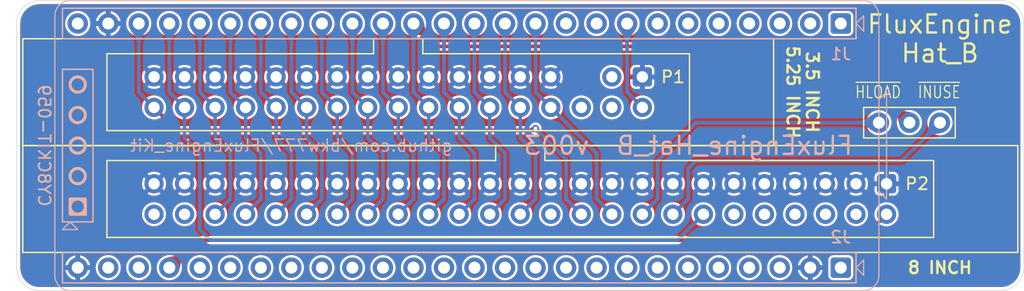
<source format=kicad_pcb>
(kicad_pcb (version 20240108) (generator "pcbnew") (generator_version "8.0")
  (title_block (title "FluxEngine_Hat_B") (date "2024-04-12") (rev "003") (company "Brian K. White - b.kenyon.w@gmail.com") (comment 1 "github.com/bkw777/FluxEngine_Kit"))
  (layers (0 "F.Cu" signal) (31 "B.Cu" signal) (34 "B.Paste" user) (35 "F.Paste" user) (36 "B.SilkS" user "B.Silkscreen") (37 "F.SilkS" user "F.Silkscreen") (38 "B.Mask" user) (39 "F.Mask" user) (44 "Edge.Cuts" user))
  (net 0 "")
  (net 1 "GND")
  (net 2 "/INDEX300")
  (net 3 "/INDEX360")
  (net 4 "/SIDE")
  (net 5 "/~{SEL3}")
  (net 6 "/~{REDWC}")
  (net 7 "/~{TRK0}")
  (net 8 "/~{SEL4}")
  (net 9 "/WDATA")
  (net 10 "/~{WGATE}")
  (net 11 "/~{INDEX}")
  (net 12 "/RDATA")
  (net 13 "/~{WPROT}")
  (net 14 "/~{SEL1}")
  (net 15 "/~{SEL2}")
  (net 16 "/~{STEP}")
  (net 17 "/DIR")
  (net 18 "/~{READY}")
  (net 19 "/TK43")
  (net 47 "/~{INUSE}")
  (net 48 "/~{HLOAD}")
  (net 50 "/TX")
  (net 60 "/RX")
  (footprint "000_LOCAL:CY8CKIT-059" (layer "F.Cu") (at 171.449998 94.615 -90)
    (property "Reference" "J1" (hide yes))
    (property "Value" "CY8CKIT-059" (at 10.16 66.294 -90) (layer "B.SilkS") (effects (justify mirror)))
    (fp_line (start -0.635001 65.405) (end 20.955 65.405001) (stroke (width 0.1)) (layer "B.SilkS"))
    (fp_line (start 16.509999 64.770001) (end 16.509999 62.229999) (stroke (width 0.12)) (layer "B.SilkS"))
    (fp_line (start -1.27 64.77) (end -1.27 -1.27) (stroke (width 0.12)) (layer "B.SilkS"))
    (fp_line (start 1.27 64.77) (end -1.27 64.77) (stroke (width 0.12)) (layer "B.SilkS"))
    (fp_line (start 1.27 64.77) (end 1.27 -1.27) (stroke (width 0.12)) (layer "B.SilkS"))
    (fp_line (start 3.809998 64.77) (end 16.509999 64.770001) (stroke (width 0.12)) (layer "B.SilkS"))
    (fp_line (start 3.809998 64.77) (end 3.809997 62.23) (stroke (width 0.12)) (layer "B.SilkS"))
    (fp_line (start 17.145 64.77) (end 17.145 63.5) (stroke (width 0.1)) (layer "B.SilkS"))
    (fp_line (start 19.05 64.77) (end 19.05 -1.27) (stroke (width 0.12)) (layer "B.SilkS"))
    (fp_line (start 21.59 64.77) (end 19.05 64.77) (stroke (width 0.12)) (layer "B.SilkS"))
    (fp_line (start 21.59 64.77) (end 21.59 -1.27) (stroke (width 0.12)) (layer "B.SilkS"))
    (fp_line (start 22.225 64.135001) (end 22.225 -1.904999) (stroke (width 0.1)) (layer "B.SilkS"))
    (fp_line (start 16.51 64.134999) (end 17.145 64.77) (stroke (width 0.1)) (layer "B.SilkS"))
    (fp_line (start 17.145 63.5) (end 16.51 64.134999) (stroke (width 0.1)) (layer "B.SilkS"))
    (fp_line (start 3.809997 62.23) (end 16.509999 62.229999) (stroke (width 0.12)) (layer "B.SilkS"))
    (fp_line (start 1.27 -1.27) (end -1.27 -1.27) (stroke (width 0.12)) (layer "B.SilkS"))
    (fp_line (start 20.32 -1.27) (end 20.955 -1.905) (stroke (width 0.1)) (layer "B.SilkS"))
    (fp_line (start 21.59 -1.27) (end 19.05 -1.27) (stroke (width 0.12)) (layer "B.SilkS"))
    (fp_line (start 0 -1.270001) (end 0.635 -1.905) (stroke (width 0.1)) (layer "B.SilkS"))
    (fp_line (start -1.905 -1.904999) (end -1.905 64.135001) (stroke (width 0.1)) (layer "B.SilkS"))
    (fp_line (start 19.685 -1.904999) (end 20.32 -1.27) (stroke (width 0.1)) (layer "B.SilkS"))
    (fp_line (start -0.635 -1.905) (end 0 -1.270001) (stroke (width 0.1)) (layer "B.SilkS"))
    (fp_line (start 0.635 -1.905) (end -0.635 -1.905) (stroke (width 0.1)) (layer "B.SilkS"))
    (fp_line (start 20.955 -1.905) (end 19.685 -1.904999) (stroke (width 0.1)) (layer "B.SilkS"))
    (fp_line (start -0.635 -3.174999) (end 20.955 -3.174999) (stroke (width 0.1)) (layer "B.SilkS"))
    (fp_line (start 6.35 -3.174999) (end 5.715 -3.81) (stroke (width 0.1)) (layer "B.SilkS"))
    (fp_line (start 13.97 -3.174999) (end 14.605 -3.81) (stroke (width 0.1)) (layer "B.SilkS"))
    (fp_line (start 5.715 -3.81) (end 14.605 -3.81) (stroke (width 0.1)) (layer "B.SilkS"))
    (fp_arc (start -0.635001 65.405) (mid -1.533026 65.033026) (end -1.905 64.135001) (stroke (width 0.1)) (layer "B.SilkS"))
    (fp_arc (start 22.225 64.135001) (mid 21.853025 65.033026) (end 20.955 65.405001) (stroke (width 0.1)) (layer "B.SilkS"))
    (fp_arc (start -1.905 -1.904999) (mid -1.533026 -2.803024) (end -0.635001 -3.175) (stroke (width 0.1)) (layer "B.SilkS"))
    (fp_arc (start 20.955 -3.174999) (mid 21.853025 -2.803025) (end 22.225 -1.904999) (stroke (width 0.1)) (layer "B.SilkS"))
    (fp_circle (center 10.16 63.500001) (end 10.795 63.500001) (stroke (width 0.254)) (fill none) (layer "B.SilkS"))
    (fp_circle (center 5.08 63.5) (end 5.715 63.5) (stroke (width 0.254)) (fill none) (layer "B.SilkS"))
    (fp_circle (center 7.62 63.5) (end 8.255 63.5) (stroke (width 0.254)) (fill none) (layer "B.SilkS"))
    (fp_circle (center 12.700001 63.5) (end 13.335 63.5) (stroke (width 0.254)) (fill none) (layer "B.SilkS"))
    (fp_circle (center 15.24 63.5) (end 15.875 63.5) (stroke (width 0.254)) (fill none) (layer "B.SilkS"))
    (fp_poly (pts (xy 14.605 62.865) (xy 15.875 62.865) (xy 15.875 64.135) (xy 14.605 64.135)) (stroke (width 0.254)) (fill none) (layer "B.SilkS"))
    (fp_text user "J2" (at 17.780001 0 0) (layer "B.SilkS") (effects (justify mirror)))
    (fp_text user "J1" (at 2.54 0 0) (layer "B.SilkS") (effects (justify mirror)))
    (pad "J1_1" thru_hole roundrect (at 0 0 270) (size 1.7 1.7) (drill 1) (layers "*.Cu" "*.Mask") (roundrect_rratio 0.1470588235))
    (pad "J1_2" thru_hole oval (at 0 2.54 270) (size 1.7 1.7) (drill 1) (layers "*.Cu" "*.Mask"))
    (pad "J1_3" thru_hole oval (at 0 5.079999 270) (size 1.7 1.7) (drill 1) (layers "*.Cu" "*.Mask"))
    (pad "J1_4" thru_hole oval (at 0 7.62 270) (size 1.7 1.7) (drill 1) (layers "*.Cu" "*.Mask"))
    (pad "J1_5" thru_hole oval (at 0 10.16 270) (size 1.7 1.7) (drill 1) (layers "*.Cu" "*.Mask"))
    (pad "J1_6" thru_hole oval (at 0 12.7 270) (size 1.7 1.7) (drill 1) (layers "*.Cu" "*.Mask"))
    (pad "J1_7" thru_hole oval (at 0 15.24 270) (size 1.7 1.7) (drill 1) (layers "*.Cu" "*.Mask"))
    (pad "J1_8" thru_hole oval (at 0 17.780001 270) (size 1.7 1.7) (drill 1) (layers "*.Cu" "*.Mask") (net 6 "/~{REDWC}"))
    (pad "J1_9" thru_hole oval (at 0 20.32 270) (size 1.7 1.7) (drill 1) (layers "*.Cu" "*.Mask") (net 50 "/TX"))
    (pad "J1_10" thru_hole oval (at 0 22.86 270) (size 1.7 1.7) (drill 1) (layers "*.Cu" "*.Mask") (net 60 "/RX"))
    (pad "J1_11" thru_hole oval (at 0 25.4 270) (size 1.7 1.7) (drill 1) (layers "*.Cu" "*.Mask") (net 11 "/~{INDEX}"))
    (pad "J1_12" thru_hole oval (at 0 27.939999 270) (size 1.7 1.7) (drill 1) (layers "*.Cu" "*.Mask") (net 14 "/~{SEL1}"))
    (pad "J1_13" thru_hole oval (at 0 30.48 270) (size 1.7 1.7) (drill 1) (layers "*.Cu" "*.Mask") (net 15 "/~{SEL2}"))
    (pad "J1_14" thru_hole oval (at 0 33.02 270) (size 1.7 1.7) (drill 1) (layers "*.Cu" "*.Mask") (net 5 "/~{SEL3}"))
    (pad "J1_15" thru_hole oval (at 0 35.56 270) (size 1.7 1.7) (drill 1) (layers "*.Cu" "*.Mask") (net 8 "/~{SEL4}"))
    (pad "J1_16" thru_hole oval (at 0 38.099999 270) (size 1.7 1.7) (drill 1) (layers "*.Cu" "*.Mask") (net 17 "/DIR"))
    (pad "J1_17" thru_hole oval (at 0 40.640001 270) (size 1.7 1.7) (drill 1) (layers "*.Cu" "*.Mask") (net 16 "/~{STEP}"))
    (pad "J1_18" thru_hole oval (at 0 43.18 270) (size 1.7 1.7) (drill 1) (layers "*.Cu" "*.Mask") (net 9 "/WDATA"))
    (pad "J1_19" thru_hole oval (at 0 45.72 270) (size 1.7 1.7) (drill 1) (layers "*.Cu" "*.Mask") (net 10 "/~{WGATE}"))
    (pad "J1_20" thru_hole oval (at 0 48.26 270) (size 1.7 1.7) (drill 1) (layers "*.Cu" "*.Mask") (net 7 "/~{TRK0}"))
    (pad "J1_21" thru_hole oval (at 0 50.799999 270) (size 1.7 1.7) (drill 1) (layers "*.Cu" "*.Mask") (net 13 "/~{WPROT}"))
    (pad "J1_22" thru_hole oval (at 0 53.34 270) (size 1.7 1.7) (drill 1) (layers "*.Cu" "*.Mask") (net 12 "/RDATA"))
    (pad "J1_23" thru_hole oval (at 0 55.88 270) (size 1.7 1.7) (drill 1) (layers "*.Cu" "*.Mask") (net 4 "/SIDE"))
    (pad "J1_24" thru_hole oval (at 0 58.42 270) (size 1.7 1.7) (drill 1) (layers "*.Cu" "*.Mask") (net 18 "/~{READY}"))
    (pad "J1_25" thru_hole oval (at 0 60.959999 270) (size 1.7 1.7) (drill 1) (layers "*.Cu" "*.Mask") (net 1 "GND"))
    (pad "J1_26" thru_hole oval (at 0 63.500001 270) (size 1.7 1.7) (drill 1) (layers "*.Cu" "*.Mask"))
    (pad "J2_1" thru_hole roundrect (at 20.32 0 270) (size 1.7 1.7) (drill 1) (layers "*.Cu" "*.Mask") (roundrect_rratio 0.1470588235))
    (pad "J2_2" thru_hole oval (at 20.32 2.54 270) (size 1.7 1.7) (drill 1) (layers "*.Cu" "*.Mask") (net 1 "GND"))
    (pad "J2_3" thru_hole oval (at 20.32 5.08 270) (size 1.7 1.7) (drill 1) (layers "*.Cu" "*.Mask"))
    (pad "J2_4" thru_hole oval (at 20.32 7.62 270) (size 1.7 1.7) (drill 1) (layers "*.Cu" "*.Mask"))
    (pad "J2_5" thru_hole oval (at 20.32 10.16 270) (size 1.7 1.7) (drill 1) (layers "*.Cu" "*.Mask"))
    (pad "J2_6" thru_hole oval (at 20.32 12.7 270) (size 1.7 1.7) (drill 1) (layers "*.Cu" "*.Mask"))
    (pad "J2_7" thru_hole oval (at 20.32 15.24 270) (size 1.7 1.7) (drill 1) (layers "*.Cu" "*.Mask"))
    (pad "J2_8" thru_hole oval (at 20.32 17.78 270) (size 1.7 1.7) (drill 1) (layers "*.Cu" "*.Mask"))
    (pad "J2_9" thru_hole oval (at 20.32 20.32 270) (size 1.7 1.7) (drill 1) (layers "*.Cu" "*.Mask"))
    (pad "J2_10" thru_hole oval (at 20.32 22.86 270) (size 1.7 1.7) (drill 1) (layers "*.Cu" "*.Mask"))
    (pad "J2_11" thru_hole oval (at 20.32 25.4 270) (size 1.7 1.7) (drill 1) (layers "*.Cu" "*.Mask"))
    (pad "J2_12" thru_hole oval (at 20.32 27.94 270) (size 1.7 1.7) (drill 1) (layers "*.Cu" "*.Mask"))
    (pad "J2_13" thru_hole oval (at 20.32 30.48 270) (size 1.7 1.7) (drill 1) (layers "*.Cu" "*.Mask"))
    (pad "J2_14" thru_hole oval (at 20.32 33.02 270) (size 1.7 1.7) (drill 1) (layers "*.Cu" "*.Mask"))
    (pad "J2_15" thru_hole oval (at 20.32 35.56 270) (size 1.7 1.7) (drill 1) (layers "*.Cu" "*.Mask"))
    (pad "J2_16" thru_hole oval (at 20.32 38.1 270) (size 1.7 1.7) (drill 1) (layers "*.Cu" "*.Mask"))
    (pad "J2_17" thru_hole oval (at 20.32 40.64 270) (size 1.7 1.7) (drill 1) (layers "*.Cu" "*.Mask"))
    (pad "J2_18" thru_hole oval (at 20.32 43.18 270) (size 1.7 1.7) (drill 1) (layers "*.Cu" "*.Mask"))
    (pad "J2_19" thru_hole oval (at 20.32 45.72 270) (size 1.7 1.7) (drill 1) (layers "*.Cu" "*.Mask"))
    (pad "J2_20" thru_hole oval (at 20.32 48.26 270) (size 1.7 1.7) (drill 1) (layers "*.Cu" "*.Mask"))
    (pad "J2_21" thru_hole oval (at 20.32 50.8 270) (size 1.7 1.7) (drill 1) (layers "*.Cu" "*.Mask"))
    (pad "J2_22" thru_hole oval (at 20.32 53.34 270) (size 1.7 1.7) (drill 1) (layers "*.Cu" "*.Mask"))
    (pad "J2_23" thru_hole oval (at 20.32 55.88 270) (size 1.7 1.7) (drill 1) (layers "*.Cu" "*.Mask") (net 19 "/TK43"))
    (pad "J2_24" thru_hole oval (at 20.32 58.42 270) (size 1.7 1.7) (drill 1) (layers "*.Cu" "*.Mask") (net 3 "/INDEX360"))
    (pad "J2_25" thru_hole oval (at 20.32 60.96 270) (size 1.7 1.7) (drill 1) (layers "*.Cu" "*.Mask") (net 2 "/INDEX300"))
    (pad "J2_26" thru_hole oval (at 20.32 63.5 270) (size 1.7 1.7) (drill 1) (layers "*.Cu" "*.Mask") (net 1 "GND"))
  )
  (footprint "000_LOCAL:PinHeader_1x03_P2.54mm_Vertical bare" (layer "F.Cu") (at 179.705 102.87 -90)
    (property "Reference" "JP1" (hide yes))
    (property "Value" "Jumper_3_Open")
    (fp_line (start -1.270001 6.35) (end 1.270001 6.35) (stroke (width 0.12)) (layer "F.SilkS"))
    (fp_line (start -1.27 -1.27) (end -1.270001 6.35) (stroke (width 0.12)) (layer "F.SilkS"))
    (fp_line (start -1.27 -1.27) (end 1.27 -1.27) (stroke (width 0.12)) (layer "F.SilkS"))
    (fp_line (start 1.27 -1.27) (end 1.270001 6.35) (stroke (width 0.12)) (layer "F.SilkS"))
    (pad "1" thru_hole oval (at 0 0 270) (size 1.7 1.7) (drill 1) (layers "*.Cu" "*.Mask") (net 47 "/~{INUSE}"))
    (pad "2" thru_hole oval (at 0 2.54 270) (size 1.7 1.7) (drill 1) (layers "*.Cu" "*.Mask") (net 8 "/~{SEL4}"))
    (pad "3" thru_hole oval (at 0 5.079999 270) (size 1.7 1.7) (drill 1) (layers "*.Cu" "*.Mask") (net 48 "/~{HLOAD}"))
  )
  (footprint "000_LOCAL:IDC-Header_2x17_P2.54mm_Latch_Vertical - FDD" (layer "F.Cu") (at 154.939999 99.06 -90)
    (property "Reference" "P1" (at 0 -2.540001 0) (layer "F.SilkS"))
    (property "Value" "FDD_IBMPC_host")
    (fp_line (start -3.175 51.562) (end -3.175 -10.922) (stroke (width 0.12)) (layer "F.SilkS"))
    (fp_line (start 5.715 51.562) (end -3.175 51.562) (stroke (width 0.12)) (layer "F.SilkS"))
    (fp_line (start -1.93 44.56) (end -1.93 22.37) (stroke (width 0.12)) (layer "F.SilkS"))
    (fp_line (start 4.47 44.56) (end -1.93 44.56) (stroke (width 0.12)) (layer "F.SilkS"))
    (fp_line (start -1.93 22.37) (end -3.175 22.37) (stroke (width 0.12)) (layer "F.SilkS"))
    (fp_line (start -1.93 22.37) (end -1.93 22.37) (stroke (width 0.12)) (layer "F.SilkS"))
    (fp_line (start -3.175 18.27) (end -1.93 18.27) (stroke (width 0.12)) (layer "F.SilkS"))
    (fp_line (start -1.93 18.27) (end -1.93 -3.92) (stroke (width 0.12)) (layer "F.SilkS"))
    (fp_line (start -1.93 -3.92) (end 4.47 -3.92) (stroke (width 0.12)) (layer "F.SilkS"))
    (fp_line (start 4.47 -3.92) (end 4.47 44.56) (stroke (width 0.12)) (layer "F.SilkS"))
    (fp_line (start -3.175 -10.922) (end 5.715 -10.922) (stroke (width 0.12)) (layer "F.SilkS"))
    (fp_line (start 5.715 -10.922) (end 5.715 51.562) (stroke (width 0.12)) (layer "F.SilkS"))
    (pad "1" thru_hole roundrect (at 0 0 270) (size 1.6 1.6) (drill 0.95) (layers "*.Cu" "*.Mask") (roundrect_rratio 0.15625) (net 1 "GND"))
    (pad "2" thru_hole circle (at 2.54 0 270) (size 1.6 1.6) (drill 0.95) (layers "*.Cu" "*.Mask") (net 6 "/~{REDWC}"))
    (pad "3" thru_hole circle (at 0 2.54 270) (size 1.6 1.6) (drill 0.95) (layers "*.Cu" "*.Mask"))
    (pad "4" thru_hole circle (at 2.54 2.54 270) (size 1.6 1.6) (drill 0.95) (layers "*.Cu" "*.Mask"))
    (pad "6" thru_hole circle (at 2.54 5.08 270) (size 1.6 1.6) (drill 0.95) (layers "*.Cu" "*.Mask"))
    (pad "7" thru_hole circle (at 0 7.62 270) (size 1.6 1.6) (drill 0.95) (layers "*.Cu" "*.Mask") (net 1 "GND"))
    (pad "8" thru_hole circle (at 2.54 7.62 270) (size 1.6 1.6) (drill 0.95) (layers "*.Cu" "*.Mask") (net 11 "/~{INDEX}"))
    (pad "9" thru_hole circle (at 0 10.16 270) (size 1.6 1.6) (drill 0.95) (layers "*.Cu" "*.Mask") (net 1 "GND"))
    (pad "10" thru_hole circle (at 2.54 10.16 270) (size 1.6 1.6) (drill 0.95) (layers "*.Cu" "*.Mask") (net 14 "/~{SEL1}"))
    (pad "11" thru_hole circle (at 0 12.7 270) (size 1.6 1.6) (drill 0.95) (layers "*.Cu" "*.Mask") (net 1 "GND"))
    (pad "12" thru_hole circle (at 2.54 12.7 270) (size 1.6 1.6) (drill 0.95) (layers "*.Cu" "*.Mask") (net 15 "/~{SEL2}"))
    (pad "13" thru_hole circle (at 0 15.24 270) (size 1.6 1.6) (drill 0.95) (layers "*.Cu" "*.Mask") (net 1 "GND"))
    (pad "14" thru_hole circle (at 2.54 15.24 270) (size 1.6 1.6) (drill 0.95) (layers "*.Cu" "*.Mask") (net 5 "/~{SEL3}"))
    (pad "15" thru_hole circle (at 0 17.78 270) (size 1.6 1.6) (drill 0.95) (layers "*.Cu" "*.Mask") (net 1 "GND"))
    (pad "16" thru_hole circle (at 2.54 17.78 270) (size 1.6 1.6) (drill 0.95) (layers "*.Cu" "*.Mask") (net 8 "/~{SEL4}"))
    (pad "17" thru_hole circle (at 0 20.32 270) (size 1.6 1.6) (drill 0.95) (layers "*.Cu" "*.Mask") (net 1 "GND"))
    (pad "18" thru_hole circle (at 2.54 20.32 270) (size 1.6 1.6) (drill 0.95) (layers "*.Cu" "*.Mask") (net 17 "/DIR"))
    (pad "19" thru_hole circle (at 0 22.86 270) (size 1.6 1.6) (drill 0.95) (layers "*.Cu" "*.Mask") (net 1 "GND"))
    (pad "20" thru_hole circle (at 2.54 22.86 270) (size 1.6 1.6) (drill 0.95) (layers "*.Cu" "*.Mask") (net 16 "/~{STEP}"))
    (pad "21" thru_hole circle (at 0 25.4 270) (size 1.6 1.6) (drill 0.95) (layers "*.Cu" "*.Mask") (net 1 "GND"))
    (pad "22" thru_hole circle (at 2.54 25.4 270) (size 1.6 1.6) (drill 0.95) (layers "*.Cu" "*.Mask") (net 9 "/WDATA"))
    (pad "23" thru_hole circle (at 0 27.94 270) (size 1.6 1.6) (drill 0.95) (layers "*.Cu" "*.Mask") (net 1 "GND"))
    (pad "24" thru_hole circle (at 2.54 27.94 270) (size 1.6 1.6) (drill 0.95) (layers "*.Cu" "*.Mask") (net 10 "/~{WGATE}"))
    (pad "25" thru_hole circle (at 0 30.48 270) (size 1.6 1.6) (drill 0.95) (layers "*.Cu" "*.Mask") (net 1 "GND"))
    (pad "26" thru_hole circle (at 2.54 30.48 270) (size 1.6 1.6) (drill 0.95) (layers "*.Cu" "*.Mask") (net 7 "/~{TRK0}"))
    (pad "27" thru_hole circle (at 0 33.02 270) (size 1.6 1.6) (drill 0.95) (layers "*.Cu" "*.Mask") (net 1 "GND"))
    (pad "28" thru_hole circle (at 2.54 33.02 270) (size 1.6 1.6) (drill 0.95) (layers "*.Cu" "*.Mask") (net 13 "/~{WPROT}"))
    (pad "29" thru_hole circle (at 0 35.56 270) (size 1.6 1.6) (drill 0.95) (layers "*.Cu" "*.Mask") (net 1 "GND"))
    (pad "30" thru_hole circle (at 2.54 35.56 270) (size 1.6 1.6) (drill 0.95) (layers "*.Cu" "*.Mask") (net 12 "/RDATA"))
    (pad "31" thru_hole circle (at 0 38.1 270) (size 1.6 1.6) (drill 0.95) (layers "*.Cu" "*.Mask") (net 1 "GND"))
    (pad "32" thru_hole circle (at 2.54 38.1 270) (size 1.6 1.6) (drill 0.95) (layers "*.Cu" "*.Mask") (net 4 "/SIDE"))
    (pad "33" thru_hole circle (at 0 40.64 270) (size 1.6 1.6) (drill 0.95) (layers "*.Cu" "*.Mask") (net 1 "GND"))
    (pad "34" thru_hole circle (at 2.54 40.64 270) (size 1.6 1.6) (drill 0.95) (layers "*.Cu" "*.Mask") (net 18 "/~{READY}"))
  )
  (footprint "000_LOCAL:IDC-Header_2x25_P2.54mm_Latch_Vertical" (layer "F.Cu") (at 175.259999 107.95 -90)
    (property "Reference" "P2" (at 0 -2.540001 0) (layer "F.SilkS"))
    (property "Value" "FDD_SA800_host")
    (fp_line (start -3.175 71.882) (end -3.175 -10.922) (stroke (width 0.12)) (layer "F.SilkS"))
    (fp_line (start 5.715 71.882) (end -3.175 71.882) (stroke (width 0.12)) (layer "F.SilkS"))
    (fp_line (start -1.93 64.88) (end -1.93 32.53) (stroke (width 0.12)) (layer "F.SilkS"))
    (fp_line (start 4.47 64.88) (end -1.93 64.88) (stroke (width 0.12)) (layer "F.SilkS"))
    (fp_line (start -1.93 32.53) (end -3.175 32.53) (stroke (width 0.12)) (layer "F.SilkS"))
    (fp_line (start -1.93 32.53) (end -1.93 32.53) (stroke (width 0.12)) (layer "F.SilkS"))
    (fp_line (start -3.175 28.43) (end -1.93 28.43) (stroke (width 0.12)) (layer "F.SilkS"))
    (fp_line (start -1.93 28.43) (end -1.93 -3.92) (stroke (width 0.12)) (layer "F.SilkS"))
    (fp_line (start -1.93 -3.92) (end 4.47 -3.92) (stroke (width 0.12)) (layer "F.SilkS"))
    (fp_line (start 4.47 -3.92) (end 4.47 64.88) (stroke (width 0.12)) (layer "F.SilkS"))
    (fp_line (start -3.175 -10.922) (end 5.715 -10.922) (stroke (width 0.12)) (layer "F.SilkS"))
    (fp_line (start 5.715 -10.922) (end 5.715 71.882) (stroke (width 0.12)) (layer "F.SilkS"))
    (pad "1" thru_hole roundrect (at 0 0 270) (size 1.6 1.6) (drill 0.95) (layers "*.Cu" "*.Mask") (roundrect_rratio 0.15625) (net 1 "GND"))
    (pad "2" thru_hole circle (at 2.54 0 270) (size 1.6 1.6) (drill 0.95) (layers "*.Cu" "*.Mask") (net 19 "/TK43"))
    (pad "3" thru_hole circle (at 0 2.54 270) (size 1.6 1.6) (drill 0.95) (layers "*.Cu" "*.Mask") (net 1 "GND"))
    (pad "4" thru_hole circle (at 2.54 2.54 270) (size 1.6 1.6) (drill 0.95) (layers "*.Cu" "*.Mask"))
    (pad "5" thru_hole circle (at 0 5.08 270) (size 1.6 1.6) (drill 0.95) (layers "*.Cu" "*.Mask") (net 1 "GND"))
    (pad "6" thru_hole circle (at 2.54 5.08 270) (size 1.6 1.6) (drill 0.95) (layers "*.Cu" "*.Mask"))
    (pad "7" thru_hole circle (at 0 7.62 270) (size 1.6 1.6) (drill 0.95) (layers "*.Cu" "*.Mask") (net 1 "GND"))
    (pad "8" thru_hole circle (at 2.54 7.62 270) (size 1.6 1.6) (drill 0.95) (layers "*.Cu" "*.Mask"))
    (pad "9" thru_hole circle (at 0 10.16 270) (size 1.6 1.6) (drill 0.95) (layers "*.Cu" "*.Mask") (net 1 "GND"))
    (pad "10" thru_hole circle (at 2.54 10.16 270) (size 1.6 1.6) (drill 0.95) (layers "*.Cu" "*.Mask"))
    (pad "11" thru_hole circle (at 0 12.7 270) (size 1.6 1.6) (drill 0.95) (layers "*.Cu" "*.Mask") (net 1 "GND"))
    (pad "12" thru_hole circle (at 2.54 12.7 270) (size 1.6 1.6) (drill 0.95) (layers "*.Cu" "*.Mask"))
    (pad "13" thru_hole circle (at 0 15.24 270) (size 1.6 1.6) (drill 0.95) (layers "*.Cu" "*.Mask") (net 1 "GND"))
    (pad "14" thru_hole circle (at 2.54 15.24 270) (size 1.6 1.6) (drill 0.95) (layers "*.Cu" "*.Mask") (net 4 "/SIDE"))
    (pad "15" thru_hole circle (at 0 17.78 270) (size 1.6 1.6) (drill 0.95) (layers "*.Cu" "*.Mask") (net 1 "GND"))
    (pad "16" thru_hole circle (at 2.54 17.78 270) (size 1.6 1.6) (drill 0.95) (layers "*.Cu" "*.Mask") (net 47 "/~{INUSE}"))
    (pad "17" thru_hole circle (at 0 20.32 270) (size 1.6 1.6) (drill 0.95) (layers "*.Cu" "*.Mask") (net 1 "GND"))
    (pad "18" thru_hole circle (at 2.54 20.32 270) (size 1.6 1.6) (drill 0.95) (layers "*.Cu" "*.Mask") (net 48 "/~{HLOAD}"))
    (pad "19" thru_hole circle (at 0 22.86 270) (size 1.6 1.6) (drill 0.95) (layers "*.Cu" "*.Mask") (net 1 "GND"))
    (pad "20" thru_hole circle (at 2.54 22.86 270) (size 1.6 1.6) (drill 0.95) (layers "*.Cu" "*.Mask") (net 11 "/~{INDEX}"))
    (pad "21" thru_hole circle (at 0 25.4 270) (size 1.6 1.6) (drill 0.95) (layers "*.Cu" "*.Mask") (net 1 "GND"))
    (pad "22" thru_hole circle (at 2.54 25.4 270) (size 1.6 1.6) (drill 0.95) (layers "*.Cu" "*.Mask") (net 18 "/~{READY}"))
    (pad "23" thru_hole circle (at 0 27.94 270) (size 1.6 1.6) (drill 0.95) (layers "*.Cu" "*.Mask") (net 1 "GND"))
    (pad "24" thru_hole circle (at 2.54 27.94 270) (size 1.6 1.6) (drill 0.95) (layers "*.Cu" "*.Mask"))
    (pad "25" thru_hole circle (at 0 30.48 270) (size 1.6 1.6) (drill 0.95) (layers "*.Cu" "*.Mask") (net 1 "GND"))
    (pad "26" thru_hole circle (at 2.54 30.48 270) (size 1.6 1.6) (drill 0.95) (layers "*.Cu" "*.Mask") (net 14 "/~{SEL1}"))
    (pad "27" thru_hole circle (at 0 33.02 270) (size 1.6 1.6) (drill 0.95) (layers "*.Cu" "*.Mask") (net 1 "GND"))
    (pad "28" thru_hole circle (at 2.54 33.02 270) (size 1.6 1.6) (drill 0.95) (layers "*.Cu" "*.Mask") (net 15 "/~{SEL2}"))
    (pad "29" thru_hole circle (at 0 35.56 270) (size 1.6 1.6) (drill 0.95) (layers "*.Cu" "*.Mask") (net 1 "GND"))
    (pad "30" thru_hole circle (at 2.54 35.56 270) (size 1.6 1.6) (drill 0.95) (layers "*.Cu" "*.Mask") (net 5 "/~{SEL3}"))
    (pad "31" thru_hole circle (at 0 38.1 270) (size 1.6 1.6) (drill 0.95) (layers "*.Cu" "*.Mask") (net 1 "GND"))
    (pad "32" thru_hole circle (at 2.54 38.1 270) (size 1.6 1.6) (drill 0.95) (layers "*.Cu" "*.Mask") (net 8 "/~{SEL4}"))
    (pad "33" thru_hole circle (at 0 40.64 270) (size 1.6 1.6) (drill 0.95) (layers "*.Cu" "*.Mask") (net 1 "GND"))
    (pad "34" thru_hole circle (at 2.54 40.64 270) (size 1.6 1.6) (drill 0.95) (layers "*.Cu" "*.Mask") (net 17 "/DIR"))
    (pad "35" thru_hole circle (at 0 43.18 270) (size 1.6 1.6) (drill 0.95) (layers "*.Cu" "*.Mask") (net 1 "GND"))
    (pad "36" thru_hole circle (at 2.54 43.18 270) (size 1.6 1.6) (drill 0.95) (layers "*.Cu" "*.Mask") (net 16 "/~{STEP}"))
    (pad "37" thru_hole circle (at 0 45.72 270) (size 1.6 1.6) (drill 0.95) (layers "*.Cu" "*.Mask") (net 1 "GND"))
    (pad "38" thru_hole circle (at 2.54 45.72 270) (size 1.6 1.6) (drill 0.95) (layers "*.Cu" "*.Mask") (net 9 "/WDATA"))
    (pad "39" thru_hole circle (at 0 48.26 270) (size 1.6 1.6) (drill 0.95) (layers "*.Cu" "*.Mask") (net 1 "GND"))
    (pad "40" thru_hole circle (at 2.54 48.26 270) (size 1.6 1.6) (drill 0.95) (layers "*.Cu" "*.Mask") (net 10 "/~{WGATE}"))
    (pad "41" thru_hole circle (at 0 50.8 270) (size 1.6 1.6) (drill 0.95) (layers "*.Cu" "*.Mask") (net 1 "GND"))
    (pad "42" thru_hole circle (at 2.54 50.8 270) (size 1.6 1.6) (drill 0.95) (layers "*.Cu" "*.Mask") (net 7 "/~{TRK0}"))
    (pad "43" thru_hole circle (at 0 53.34 270) (size 1.6 1.6) (drill 0.95) (layers "*.Cu" "*.Mask") (net 1 "GND"))
    (pad "44" thru_hole circle (at 2.54 53.34 270) (size 1.6 1.6) (drill 0.95) (layers "*.Cu" "*.Mask") (net 13 "/~{WPROT}"))
    (pad "45" thru_hole circle (at 0 55.88 270) (size 1.6 1.6) (drill 0.95) (layers "*.Cu" "*.Mask") (net 1 "GND"))
    (pad "46" thru_hole circle (at 2.54 55.88 270) (size 1.6 1.6) (drill 0.95) (layers "*.Cu" "*.Mask") (net 12 "/RDATA"))
    (pad "47" thru_hole circle (at 0 58.42 270) (size 1.6 1.6) (drill 0.95) (layers "*.Cu" "*.Mask") (net 1 "GND"))
    (pad "48" thru_hole circle (at 2.54 58.42 270) (size 1.6 1.6) (drill 0.95) (layers "*.Cu" "*.Mask"))
    (pad "49" thru_hole circle (at 0 60.96 270) (size 1.6 1.6) (drill 0.95) (layers "*.Cu" "*.Mask") (net 1 "GND"))
    (pad "50" thru_hole circle (at 2.54 60.96 270) (size 1.6 1.6) (drill 0.95) (layers "*.Cu" "*.Mask"))
  )
  (gr_arc (start 102.87 94.615) (mid 103.427962 93.267962) (end 104.775 92.71) (stroke (width 0.05)) (layer "Edge.Cuts"))
  (gr_arc (start 184.785 92.710001) (mid 186.132038 93.267962) (end 186.689999 94.615) (stroke (width 0.05)) (layer "Edge.Cuts"))
  (gr_arc (start 186.689999 114.935) (mid 186.132038 116.282038) (end 184.785 116.839999) (stroke (width 0.05)) (layer "Edge.Cuts"))
  (gr_line (start 186.689999 114.935) (end 186.689999 94.615) (stroke (width 0.05)) (layer "Edge.Cuts"))
  (gr_line (start 184.785 92.710001) (end 104.775 92.710001) (stroke (width 0.05)) (layer "Edge.Cuts"))
  (gr_line (start 102.87 94.615) (end 102.87 114.935) (stroke (width 0.05)) (layer "Edge.Cuts"))
  (gr_line (start 104.775 116.839999) (end 184.785 116.839999) (stroke (width 0.05)) (layer "Edge.Cuts"))
  (gr_arc (start 104.775 116.839999) (mid 103.427962 116.282038) (end 102.870001 114.935) (stroke (width 0.05)) (layer "Edge.Cuts"))
  (gr_text "${TITLE}  v${REVISION}" (at 158.75 104.775 0) (layer "B.SilkS") (effects (font (size 1.5 1.5) (thickness 0.2)) (justify mirror)))
  (gr_text "${COMMENT1}" (at 125.73 104.775 0) (layer "B.SilkS") (effects (font (size 1 1) (thickness 0.12)) (justify mirror)))
  (gr_text "8 INCH" (at 179.705 114.935 0) (layer "F.SilkS") (effects (font (size 1 1) (thickness 0.2) (bold yes))))
  (gr_text "3.5 INCH\n5.25 INCH" (at 168.275 100.33 -90) (layer "F.SilkS") (effects (font (size 1 1) (thickness 0.2) (bold yes))))
  (gr_text "~{INUSE}" (at 177.8 100.33 0) (layer "F.SilkS") (effects (font (size 1 0.8) (thickness 0.1)) (justify left)))
  (gr_text "~{HLOAD}" (at 176.53 100.33 0) (layer "F.SilkS") (effects (font (size 1 0.8) (thickness 0.1)) (justify right)))
  (gr_text "FluxEngine\nHat_B" (at 179.705 95.885 0) (layer "F.SilkS") (effects (font (size 1.5 1.5) (thickness 0.2))))
  (segment (start 160.02 110.49) (end 157.861 112.649) (width 0.3) (layer "B.Cu") (net 4))
  (segment (start 116.84 101.6) (end 115.57 100.33) (width 0.3) (layer "B.Cu") (net 4))
  (segment (start 116.84 104.14) (end 116.84 101.6) (width 0.3) (layer "B.Cu") (net 4))
  (segment (start 118.999 112.649) (end 118.11 111.76) (width 0.3) (layer "B.Cu") (net 4))
  (segment (start 115.57 100.33) (end 115.57 94.615) (width 0.3) (layer "B.Cu") (net 4))
  (segment (start 118.11 105.41) (end 116.84 104.14) (width 0.3) (layer "B.Cu") (net 4))
  (segment (start 118.11 111.76) (end 118.11 105.41) (width 0.3) (layer "B.Cu") (net 4))
  (segment (start 157.861 112.649) (end 118.999 112.649) (width 0.3) (layer "B.Cu") (net 4))
  (segment (start 140.97 109.22) (end 140.97 105.41) (width 0.3) (layer "B.Cu") (net 5))
  (segment (start 140.97 105.41) (end 139.7 104.14) (width 0.3) (layer "B.Cu") (net 5))
  (segment (start 139.7 110.49) (end 140.97 109.22) (width 0.3) (layer "B.Cu") (net 5))
  (segment (start 139.7 101.6) (end 138.43 100.33) (width 0.3) (layer "B.Cu") (net 5))
  (segment (start 139.7 104.14) (end 139.7 101.6) (width 0.3) (layer "B.Cu") (net 5))
  (segment (start 138.43 100.33) (end 138.43 94.615) (width 0.3) (layer "B.Cu") (net 5))
  (segment (start 153.67 100.33) (end 153.67 94.615) (width 0.3) (layer "B.Cu") (net 6))
  (segment (start 154.94 101.6) (end 153.67 100.33) (width 0.3) (layer "B.Cu") (net 6))
  (segment (start 125.73 109.22) (end 125.73 105.41) (width 0.3) (layer "B.Cu") (net 7))
  (segment (start 124.46 104.14) (end 124.46 101.6) (width 0.3) (layer "B.Cu") (net 7))
  (segment (start 123.19 100.33) (end 123.19 94.615) (width 0.3) (layer "B.Cu") (net 7))
  (segment (start 124.46 101.6) (end 123.19 100.33) (width 0.3) (layer "B.Cu") (net 7))
  (segment (start 124.46 110.49) (end 125.73 109.22) (width 0.3) (layer "B.Cu") (net 7))
  (segment (start 125.73 105.41) (end 124.46 104.14) (width 0.3) (layer "B.Cu") (net 7))
  (segment (start 135.889998 94.615) (end 137.794998 96.52) (width 0.3) (layer "F.Cu") (net 8))
  (segment (start 137.794998 96.52) (end 170.815 96.52) (width 0.3) (layer "F.Cu") (net 8))
  (segment (start 170.815 96.52) (end 177.165 102.87) (width 0.3) (layer "F.Cu") (net 8))
  (segment (start 138.43 105.41) (end 137.159999 104.139999) (width 0.3) (layer "B.Cu") (net 8))
  (segment (start 137.159999 104.139999) (end 137.159999 101.599999) (width 0.3) (layer "B.Cu") (net 8))
  (segment (start 137.16 110.49) (end 138.43 109.22) (width 0.3) (layer "B.Cu") (net 8))
  (segment (start 138.43 109.22) (end 138.43 105.41) (width 0.3) (layer "B.Cu") (net 8))
  (segment (start 137.159999 101.599999) (end 135.89 100.33) (width 0.3) (layer "B.Cu") (net 8))
  (segment (start 135.89 100.33) (end 135.89 94.615) (width 0.3) (layer "B.Cu") (net 8))
  (segment (start 128.27 100.33) (end 128.27 94.615) (width 0.3) (layer "B.Cu") (net 9))
  (segment (start 129.54 110.49) (end 130.81 109.22) (width 0.3) (layer "B.Cu") (net 9))
  (segment (start 129.54 104.14) (end 129.54 101.6) (width 0.3) (layer "B.Cu") (net 9))
  (segment (start 129.54 101.6) (end 128.27 100.33) (width 0.3) (layer "B.Cu") (net 9))
  (segment (start 130.81 105.41) (end 129.54 104.14) (width 0.3) (layer "B.Cu") (net 9))
  (segment (start 130.81 109.22) (end 130.81 105.41) (width 0.3) (layer "B.Cu") (net 9))
  (segment (start 127 101.6) (end 125.73 100.33) (width 0.3) (layer "B.Cu") (net 10))
  (segment (start 127 104.14) (end 127 101.6) (width 0.3) (layer "B.Cu") (net 10))
  (segment (start 128.27 109.22) (end 128.27 105.41) (width 0.3) (layer "B.Cu") (net 10))
  (segment (start 125.73 100.33) (end 125.73 94.615) (width 0.3) (layer "B.Cu") (net 10))
  (segment (start 128.27 105.41) (end 127 104.14) (width 0.3) (layer "B.Cu") (net 10))
  (segment (start 127 110.49) (end 128.27 109.22) (width 0.3) (layer "B.Cu") (net 10))
  (segment (start 151.13 105.41) (end 147.32 101.6) (width 0.3) (layer "B.Cu") (net 11))
  (segment (start 152.4 110.49) (end 151.13 109.22) (width 0.3) (layer "B.Cu") (net 11))
  (segment (start 147.32 101.6) (end 146.05 100.33) (width 0.3) (layer "B.Cu") (net 11))
  (segment (start 151.13 109.22) (end 151.13 105.41) (width 0.3) (layer "B.Cu") (net 11))
  (segment (start 146.05 100.33) (end 146.05 94.615) (width 0.3) (layer "B.Cu") (net 11))
  (segment (start 120.65 105.41) (end 119.38 104.14) (width 0.3) (layer "B.Cu") (net 12))
  (segment (start 120.65 109.22) (end 120.65 105.41) (width 0.3) (layer "B.Cu") (net 12))
  (segment (start 119.38 101.6) (end 118.11 100.33) (width 0.3) (layer "B.Cu") (net 12))
  (segment (start 118.11 100.33) (end 118.11 94.615) (width 0.3) (layer "B.Cu") (net 12))
  (segment (start 119.38 110.49) (end 120.65 109.22) (width 0.3) (layer "B.Cu") (net 12))
  (segment (start 119.38 104.14) (end 119.38 101.6) (width 0.3) (layer "B.Cu") (net 12))
  (segment (start 123.19 105.41) (end 121.92 104.14) (width 0.3) (layer "B.Cu") (net 13))
  (segment (start 123.19 109.22) (end 123.19 105.41) (width 0.3) (layer "B.Cu") (net 13))
  (segment (start 121.92 101.6) (end 120.65 100.33) (width 0.3) (layer "B.Cu") (net 13))
  (segment (start 120.65 100.33) (end 120.65 94.615) (width 0.3) (layer "B.Cu") (net 13))
  (segment (start 121.92 110.49) (end 123.19 109.22) (width 0.3) (layer "B.Cu") (net 13))
  (segment (start 121.92 104.14) (end 121.92 101.6) (width 0.3) (layer "B.Cu") (net 13))
  (segment (start 146.05 109.22) (end 146.05 105.41) (width 0.3) (layer "B.Cu") (net 14))
  (segment (start 146.05 105.41) (end 144.78 104.14) (width 0.3) (layer "B.Cu") (net 14))
  (segment (start 144.78 110.49) (end 146.05 109.22) (width 0.3) (layer "B.Cu") (net 14))
  (segment (start 143.51 100.33) (end 143.51 94.615) (width 0.3) (layer "B.Cu") (net 14))
  (segment (start 144.78 101.6) (end 143.51 100.33) (width 0.3) (layer "B.Cu") (net 14))
  (segment (start 144.78 104.14) (end 144.78 101.6) (width 0.3) (layer "B.Cu") (net 14))
  (segment (start 143.51 105.41) (end 142.24 104.14) (width 0.3) (layer "B.Cu") (net 15))
  (segment (start 143.51 109.22) (end 143.51 105.41) (width 0.3) (layer "B.Cu") (net 15))
  (segment (start 142.24 110.49) (end 143.51 109.22) (width 0.3) (layer "B.Cu") (net 15))
  (segment (start 142.24 101.6) (end 140.97 100.33) (width 0.3) (layer "B.Cu") (net 15))
  (segment (start 142.24 104.14) (end 142.24 101.6) (width 0.3) (layer "B.Cu") (net 15))
  (segment (start 140.97 100.33) (end 140.97 94.615) (width 0.3) (layer "B.Cu") (net 15))
  (segment (start 132.08 110.49) (end 133.35 109.22) (width 0.3) (layer "B.Cu") (net 16))
  (segment (start 130.81 100.33) (end 130.81 94.615) (width 0.3) (layer "B.Cu") (net 16))
  (segment (start 132.08 101.6) (end 130.81 100.33) (width 0.3) (layer "B.Cu") (net 16))
  (segment (start 133.35 105.41) (end 132.08 104.14) (width 0.3) (layer "B.Cu") (net 16))
  (segment (start 132.08 104.14) (end 132.08 101.6) (width 0.3) (layer "B.Cu") (net 16))
  (segment (start 133.35 109.22) (end 133.35 105.41) (width 0.3) (layer "B.Cu") (net 16))
  (segment (start 135.89 105.41) (end 134.62 104.14) (width 0.3) (layer "B.Cu") (net 17))
  (segment (start 134.62 110.49) (end 135.89 109.22) (width 0.3) (layer "B.Cu") (net 17))
  (segment (start 134.62 104.14) (end 134.62 101.6) (width 0.3) (layer "B.Cu") (net 17))
  (segment (start 133.35 100.33) (end 133.35 94.615) (width 0.3) (layer "B.Cu") (net 17))
  (segment (start 134.62 101.6) (end 133.35 100.33) (width 0.3) (layer "B.Cu") (net 17))
  (segment (start 135.89 109.22) (end 135.89 105.41) (width 0.3) (layer "B.Cu") (net 17))
  (segment (start 146.05 103.3526) (end 145.8976 103.505) (width 0.3) (layer "F.Cu") (net 18))
  (segment (start 145.8976 103.505) (end 116.204999 103.505) (width 0.3) (layer "F.Cu") (net 18))
  (segment (start 116.204999 103.505) (end 114.299999 101.6) (width 0.3) (layer "F.Cu") (net 18))
  (via (at 146.05 103.3526) (size 0.6) (drill 0.3) (layers "F.Cu" "B.Cu") (net 18))
  (segment (start 148.59 109.22) (end 149.86 110.49) (width 0.3) (layer "B.Cu") (net 18))
  (segment (start 114.299999 101.6) (end 113.03 100.330001) (width 0.3) (layer "B.Cu") (net 18))
  (segment (start 146.05 103.3526) (end 148.59 105.8926) (width 0.3) (layer "B.Cu") (net 18))
  (segment (start 113.03 100.330001) (end 113.03 94.615) (width 0.3) (layer "B.Cu") (net 18))
  (segment (start 148.59 105.8926) (end 148.59 109.22) (width 0.3) (layer "B.Cu") (net 18))
  (segment (start 115.57 114.935) (end 117.856 112.649) (width 0.3) (layer "F.Cu") (net 19))
  (segment (start 173.100999 112.649) (end 175.259999 110.49) (width 0.3) (layer "F.Cu") (net 19))
  (segment (start 117.856 112.649) (end 173.100999 112.649) (width 0.3) (layer "F.Cu") (net 19))
  (segment (start 158.75 106.68) (end 158.75 109.219999) (width 0.3) (layer "B.Cu") (net 47))
  (segment (start 176.53 106.045) (end 159.385 106.045) (width 0.3) (layer "B.Cu") (net 47))
  (segment (start 159.385 106.045) (end 158.75 106.68) (width 0.3) (layer "B.Cu") (net 47))
  (segment (start 179.705 102.87) (end 176.53 106.045) (width 0.3) (layer "B.Cu") (net 47))
  (segment (start 158.75 109.219999) (end 157.479999 110.49) (width 0.3) (layer "B.Cu") (net 47))
  (segment (start 156.21 106.045) (end 156.21 109.219999) (width 0.3) (layer "B.Cu") (net 48))
  (segment (start 156.21 109.219999) (end 154.939999 110.49) (width 0.3) (layer "B.Cu") (net 48))
  (segment (start 174.625001 102.87) (end 159.385 102.87) (width 0.3) (layer "B.Cu") (net 48))
  (segment (start 159.385 102.87) (end 156.21 106.045) (width 0.3) (layer "B.Cu") (net 48))
  (zone (net 1) (net_name "GND") (layers "F&B.Cu") (connect_pads (clearance 0.2)) (min_thickness 0.2) (fill yes (thermal_gap 0.2) (thermal_bridge_width 0.4) (smoothing fillet) (radius 0.1))
    (polygon (pts (xy 102.87 92.71) (xy 102.87 116.84) (xy 186.69 116.84) (xy 186.69 92.71)))
  )
)
</source>
